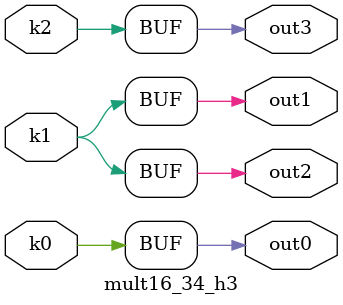
<source format=v>
module mult16_34(pi0, pi1, pi2, pi3, pi4, pi5, pi6, po0, po1, po2, po3);
input pi0, pi1, pi2, pi3, pi4, pi5, pi6;
output po0, po1, po2, po3;
wire k0, k1, k2;
mult16_34_w3 DUT1 (pi0, pi1, pi2, pi3, pi4, pi5, pi6, k0, k1, k2);
mult16_34_h3 DUT2 (k0, k1, k2, po0, po1, po2, po3);
endmodule

module mult16_34_w3(in6, in5, in4, in3, in2, in1, in0, k2, k1, k0);
input in6, in5, in4, in3, in2, in1, in0;
output k2, k1, k0;
assign k0 =   (((~in5 & (~in3 | in4)) | (~in3 & in4)) & (in1 | ~in0)) | (in1 & ~in0);
assign k1 =   ((~in1 ^ in0) & ((in6 & ((in5 & ((~in3 & in2) | (~in4 & in3 & ~in2))) | (in2 & (~in4 ^ in3)))) | (in2 & ((in5 & (~in4 ^ in3)) | (~in4 & in3 & (~in6 | ~in5)))) | (~in2 & ((~in6 & ((~in5 & (in4 | ~in3)) | (in4 & ~in3))) | (~in5 & in4 & ~in3))))) | ((in1 ^ in0) & ((in6 & ((in5 & ((~in4 & in3 & in2) | (~in3 & ~in2))) | (~in2 & (~in4 ^ in3)))) | (~in2 & ((in5 & (~in4 ^ in3)) | (~in4 & in3 & (~in6 | ~in5)))) | (in2 & ((~in6 & ((~in5 & (in4 | ~in3)) | (in4 & ~in3))) | (~in5 & in4 & ~in3)))));
assign k2 =   ((~in4 ^ in3) & (~in6 ^ in5)) | ((in4 ^ in3) & (in6 ^ in5));
endmodule

module mult16_34_h3(k2, k1, k0, out3, out2, out1, out0);
input k2, k1, k0;
output out3, out2, out1, out0;
assign out0 = k0;
assign out1 = k1;
assign out2 = k1;
assign out3 = k2;
endmodule

</source>
